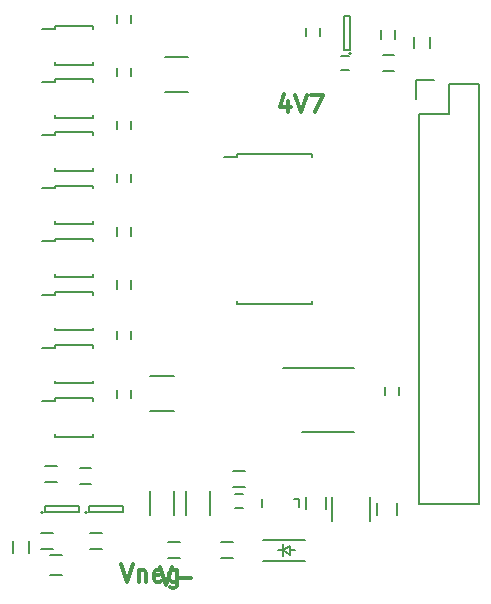
<source format=gto>
G04 #@! TF.FileFunction,Legend,Top*
%FSLAX46Y46*%
G04 Gerber Fmt 4.6, Leading zero omitted, Abs format (unit mm)*
G04 Created by KiCad (PCBNEW (2015-01-16 BZR 5376)-product) date 23/07/2015 11:51:53*
%MOMM*%
G01*
G04 APERTURE LIST*
%ADD10C,0.100000*%
%ADD11C,0.300000*%
%ADD12C,0.150000*%
G04 APERTURE END LIST*
D10*
D11*
X92678572Y-58678571D02*
X92678572Y-59678571D01*
X92321429Y-58107143D02*
X91964286Y-59178571D01*
X92892858Y-59178571D01*
X93250000Y-58178571D02*
X93750000Y-59678571D01*
X94250000Y-58178571D01*
X94607143Y-58178571D02*
X95607143Y-58178571D01*
X94964286Y-59678571D01*
X81821429Y-98178571D02*
X82321429Y-99678571D01*
X82821429Y-98178571D01*
X83321429Y-99107143D02*
X84464286Y-99107143D01*
X78500000Y-97928571D02*
X79000000Y-99428571D01*
X79500000Y-97928571D01*
X80000000Y-98428571D02*
X80000000Y-99428571D01*
X80000000Y-98571429D02*
X80071428Y-98500000D01*
X80214286Y-98428571D01*
X80428571Y-98428571D01*
X80571428Y-98500000D01*
X80642857Y-98642857D01*
X80642857Y-99428571D01*
X81928571Y-99357143D02*
X81785714Y-99428571D01*
X81500000Y-99428571D01*
X81357143Y-99357143D01*
X81285714Y-99214286D01*
X81285714Y-98642857D01*
X81357143Y-98500000D01*
X81500000Y-98428571D01*
X81785714Y-98428571D01*
X81928571Y-98500000D01*
X82000000Y-98642857D01*
X82000000Y-98785714D01*
X81285714Y-98928571D01*
X83285714Y-98428571D02*
X83285714Y-99642857D01*
X83214285Y-99785714D01*
X83142857Y-99857143D01*
X83000000Y-99928571D01*
X82785714Y-99928571D01*
X82642857Y-99857143D01*
X83285714Y-99357143D02*
X83142857Y-99428571D01*
X82857143Y-99428571D01*
X82714285Y-99357143D01*
X82642857Y-99285714D01*
X82571428Y-99142857D01*
X82571428Y-98714286D01*
X82642857Y-98571429D01*
X82714285Y-98500000D01*
X82857143Y-98428571D01*
X83142857Y-98428571D01*
X83285714Y-98500000D01*
D12*
X78150000Y-56600000D02*
X78150000Y-55900000D01*
X79350000Y-55900000D02*
X79350000Y-56600000D01*
X78150000Y-61100000D02*
X78150000Y-60400000D01*
X79350000Y-60400000D02*
X79350000Y-61100000D01*
X78150000Y-65600000D02*
X78150000Y-64900000D01*
X79350000Y-64900000D02*
X79350000Y-65600000D01*
X78150000Y-74600000D02*
X78150000Y-73900000D01*
X79350000Y-73900000D02*
X79350000Y-74600000D01*
X78150000Y-70100000D02*
X78150000Y-69400000D01*
X79350000Y-69400000D02*
X79350000Y-70100000D01*
X78150000Y-78850000D02*
X78150000Y-78150000D01*
X79350000Y-78150000D02*
X79350000Y-78850000D01*
X78150000Y-83850000D02*
X78150000Y-83150000D01*
X79350000Y-83150000D02*
X79350000Y-83850000D01*
X78150000Y-52100000D02*
X78150000Y-51400000D01*
X79350000Y-51400000D02*
X79350000Y-52100000D01*
X100492000Y-53436000D02*
X100492000Y-52736000D01*
X101692000Y-52736000D02*
X101692000Y-53436000D01*
X95352000Y-52509000D02*
X95352000Y-53209000D01*
X94152000Y-53209000D02*
X94152000Y-52509000D01*
X97140000Y-54910000D02*
X97840000Y-54910000D01*
X97840000Y-56110000D02*
X97140000Y-56110000D01*
X100150000Y-92750000D02*
X100150000Y-93750000D01*
X101850000Y-93750000D02*
X101850000Y-92750000D01*
X73490000Y-97150000D02*
X72490000Y-97150000D01*
X72490000Y-98850000D02*
X73490000Y-98850000D01*
X100850000Y-83600000D02*
X100850000Y-82900000D01*
X102050000Y-82900000D02*
X102050000Y-83600000D01*
X94150000Y-92250000D02*
X94150000Y-93250000D01*
X95850000Y-93250000D02*
X95850000Y-92250000D01*
X88150000Y-91990000D02*
X88850000Y-91990000D01*
X88850000Y-93190000D02*
X88150000Y-93190000D01*
X83975000Y-91750000D02*
X83975000Y-93750000D01*
X86025000Y-93750000D02*
X86025000Y-91750000D01*
X80975000Y-91750000D02*
X80975000Y-93750000D01*
X83025000Y-93750000D02*
X83025000Y-91750000D01*
X92817500Y-96750000D02*
X93198500Y-96750000D01*
X91801500Y-96750000D02*
X92182500Y-96750000D01*
X92182500Y-96750000D02*
X92817500Y-96369000D01*
X92817500Y-96369000D02*
X92817500Y-97131000D01*
X92817500Y-97131000D02*
X92182500Y-96750000D01*
X92182500Y-96242000D02*
X92182500Y-97258000D01*
X90500000Y-97650000D02*
X94040000Y-97650000D01*
X90500000Y-95850000D02*
X94040000Y-95850000D01*
X99600200Y-94250760D02*
X99600200Y-92249240D01*
X96399800Y-93250000D02*
X96399800Y-92249240D01*
X96399800Y-93250000D02*
X96399800Y-94250760D01*
X76000000Y-91175000D02*
X75000000Y-91175000D01*
X75000000Y-89825000D02*
X76000000Y-89825000D01*
X73060000Y-90945000D02*
X72060000Y-90945000D01*
X72060000Y-89595000D02*
X73060000Y-89595000D01*
X70675000Y-96000000D02*
X70675000Y-97000000D01*
X69325000Y-97000000D02*
X69325000Y-96000000D01*
X89000000Y-91425000D02*
X88000000Y-91425000D01*
X88000000Y-90075000D02*
X89000000Y-90075000D01*
X87000000Y-96075000D02*
X88000000Y-96075000D01*
X88000000Y-97425000D02*
X87000000Y-97425000D01*
X83500000Y-97425000D02*
X82500000Y-97425000D01*
X82500000Y-96075000D02*
X83500000Y-96075000D01*
X72875000Y-52375000D02*
X72875000Y-52600000D01*
X76125000Y-52375000D02*
X76125000Y-52600000D01*
X76125000Y-55625000D02*
X76125000Y-55400000D01*
X72875000Y-55625000D02*
X72875000Y-55400000D01*
X72875000Y-52375000D02*
X76125000Y-52375000D01*
X72875000Y-55625000D02*
X76125000Y-55625000D01*
X72875000Y-52600000D02*
X71800000Y-52600000D01*
X72875000Y-56875000D02*
X72875000Y-57100000D01*
X76125000Y-56875000D02*
X76125000Y-57100000D01*
X76125000Y-60125000D02*
X76125000Y-59900000D01*
X72875000Y-60125000D02*
X72875000Y-59900000D01*
X72875000Y-56875000D02*
X76125000Y-56875000D01*
X72875000Y-60125000D02*
X76125000Y-60125000D01*
X72875000Y-57100000D02*
X71800000Y-57100000D01*
X72875000Y-61375000D02*
X72875000Y-61600000D01*
X76125000Y-61375000D02*
X76125000Y-61600000D01*
X76125000Y-64625000D02*
X76125000Y-64400000D01*
X72875000Y-64625000D02*
X72875000Y-64400000D01*
X72875000Y-61375000D02*
X76125000Y-61375000D01*
X72875000Y-64625000D02*
X76125000Y-64625000D01*
X72875000Y-61600000D02*
X71800000Y-61600000D01*
X72875000Y-65875000D02*
X72875000Y-66100000D01*
X76125000Y-65875000D02*
X76125000Y-66100000D01*
X76125000Y-69125000D02*
X76125000Y-68900000D01*
X72875000Y-69125000D02*
X72875000Y-68900000D01*
X72875000Y-65875000D02*
X76125000Y-65875000D01*
X72875000Y-69125000D02*
X76125000Y-69125000D01*
X72875000Y-66100000D02*
X71800000Y-66100000D01*
X72875000Y-70375000D02*
X72875000Y-70600000D01*
X76125000Y-70375000D02*
X76125000Y-70600000D01*
X76125000Y-73625000D02*
X76125000Y-73400000D01*
X72875000Y-73625000D02*
X72875000Y-73400000D01*
X72875000Y-70375000D02*
X76125000Y-70375000D01*
X72875000Y-73625000D02*
X76125000Y-73625000D01*
X72875000Y-70600000D02*
X71800000Y-70600000D01*
X72875000Y-74875000D02*
X72875000Y-75100000D01*
X76125000Y-74875000D02*
X76125000Y-75100000D01*
X76125000Y-78125000D02*
X76125000Y-77900000D01*
X72875000Y-78125000D02*
X72875000Y-77900000D01*
X72875000Y-74875000D02*
X76125000Y-74875000D01*
X72875000Y-78125000D02*
X76125000Y-78125000D01*
X72875000Y-75100000D02*
X71800000Y-75100000D01*
X72875000Y-79375000D02*
X72875000Y-79600000D01*
X76125000Y-79375000D02*
X76125000Y-79600000D01*
X76125000Y-82625000D02*
X76125000Y-82400000D01*
X72875000Y-82625000D02*
X72875000Y-82400000D01*
X72875000Y-79375000D02*
X76125000Y-79375000D01*
X72875000Y-82625000D02*
X76125000Y-82625000D01*
X72875000Y-79600000D02*
X71800000Y-79600000D01*
X72875000Y-83875000D02*
X72875000Y-84100000D01*
X76125000Y-83875000D02*
X76125000Y-84100000D01*
X76125000Y-87125000D02*
X76125000Y-86900000D01*
X72875000Y-87125000D02*
X72875000Y-86900000D01*
X72875000Y-83875000D02*
X76125000Y-83875000D01*
X72875000Y-87125000D02*
X76125000Y-87125000D01*
X72875000Y-84100000D02*
X71800000Y-84100000D01*
X98002000Y-54684000D02*
G75*
G03X98002000Y-54684000I-100000J0D01*
G01*
X97352000Y-54434000D02*
X97852000Y-54434000D01*
X97352000Y-51534000D02*
X97352000Y-54434000D01*
X97852000Y-51534000D02*
X97352000Y-51534000D01*
X97852000Y-54434000D02*
X97852000Y-51534000D01*
X71900000Y-93550000D02*
G75*
G03X71900000Y-93550000I-100000J0D01*
G01*
X72050000Y-93000000D02*
X72050000Y-93500000D01*
X74950000Y-93000000D02*
X72050000Y-93000000D01*
X74950000Y-93500000D02*
X74950000Y-93000000D01*
X72050000Y-93500000D02*
X74950000Y-93500000D01*
X93800000Y-86725000D02*
X98200000Y-86725000D01*
X92225000Y-81275000D02*
X98200000Y-81275000D01*
X93600200Y-92399480D02*
X93109980Y-92399480D01*
X93600200Y-93100520D02*
X93600200Y-92399480D01*
X90399800Y-93100520D02*
X90399800Y-92399480D01*
X88325000Y-63175000D02*
X88325000Y-63432500D01*
X94675000Y-63175000D02*
X94675000Y-63432500D01*
X94675000Y-75925000D02*
X94675000Y-75667500D01*
X88325000Y-75925000D02*
X88325000Y-75667500D01*
X88325000Y-63175000D02*
X94675000Y-63175000D01*
X88325000Y-75925000D02*
X94675000Y-75925000D01*
X88325000Y-63432500D02*
X87250000Y-63432500D01*
X71750000Y-95325000D02*
X72750000Y-95325000D01*
X72750000Y-96675000D02*
X71750000Y-96675000D01*
X76860000Y-96625000D02*
X75860000Y-96625000D01*
X75860000Y-95275000D02*
X76860000Y-95275000D01*
X75650000Y-93550000D02*
G75*
G03X75650000Y-93550000I-100000J0D01*
G01*
X75800000Y-93000000D02*
X75800000Y-93500000D01*
X78700000Y-93000000D02*
X75800000Y-93000000D01*
X78700000Y-93500000D02*
X78700000Y-93000000D01*
X75800000Y-93500000D02*
X78700000Y-93500000D01*
X108810000Y-92790000D02*
X108810000Y-57230000D01*
X103730000Y-59770000D02*
X103730000Y-92790000D01*
X108810000Y-92790000D02*
X103730000Y-92790000D01*
X108810000Y-57230000D02*
X106270000Y-57230000D01*
X105000000Y-56950000D02*
X103450000Y-56950000D01*
X106270000Y-57230000D02*
X106270000Y-59770000D01*
X106270000Y-59770000D02*
X103730000Y-59770000D01*
X103450000Y-56950000D02*
X103450000Y-58500000D01*
X83000000Y-82025000D02*
X81000000Y-82025000D01*
X81000000Y-84975000D02*
X83000000Y-84975000D01*
X84200000Y-55025000D02*
X82200000Y-55025000D01*
X82200000Y-57975000D02*
X84200000Y-57975000D01*
X100650000Y-54825000D02*
X101650000Y-54825000D01*
X101650000Y-56175000D02*
X100650000Y-56175000D01*
X103325000Y-54250000D02*
X103325000Y-53250000D01*
X104675000Y-53250000D02*
X104675000Y-54250000D01*
M02*

</source>
